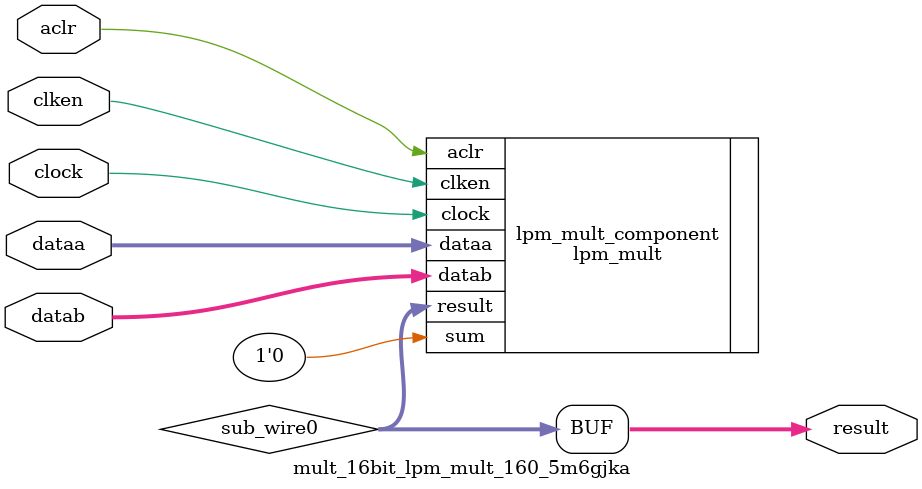
<source format=v>


`timescale 1 ps / 1 ps
// synopsys translate_on
module  mult_16bit_lpm_mult_160_5m6gjka  (
            aclr,
            clken,
            clock,
            dataa,
            datab,
            result);

            input  aclr;
            input  clock;
            input  clken;
            input [15:0] dataa;
            input [15:0] datab;
            output [31:0] result;

            wire [31:0] sub_wire0;
            wire [31:0] result = sub_wire0[31:0];    

            lpm_mult        lpm_mult_component (
                                        .aclr (aclr),
                                        .clock (clock),
                                        .dataa (dataa),
                                        .datab (datab),
                                        .result (sub_wire0),
                                        .clken (clken),
                                        .sum (1'b0));
            defparam
                    lpm_mult_component.lpm_hint = "DEDICATED_MULTIPLIER_CIRCUITRY=NO,MAXIMIZE_SPEED=9",
                    lpm_mult_component.lpm_pipeline = 4,
                    lpm_mult_component.lpm_representation = "SIGNED",
                    lpm_mult_component.lpm_type = "LPM_MULT",
                    lpm_mult_component.lpm_widtha = 16,
                    lpm_mult_component.lpm_widthb = 16,
                    lpm_mult_component.lpm_widthp = 32;


endmodule



</source>
